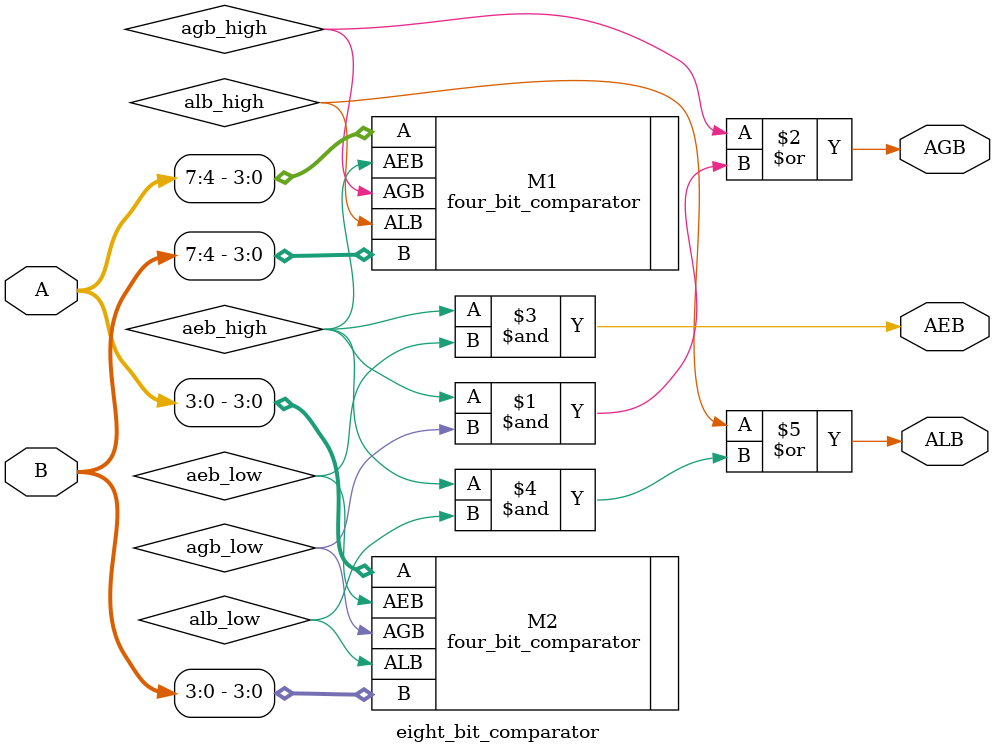
<source format=v>
module eight_bit_comparator(
    input [7:0] A,
    input [7:0] B,
    output AGB,
    output AEB,
    output ALB
);
    wire agb_high, aeb_high, alb_high;
    wire agb_low, aeb_low, alb_low;
    
    //MSB
    four_bit_comparator M1(
        .A(A[7:4]),
        .B(B[7:4]),
        .AGB(agb_high),
        .ALB(alb_high),
        .AEB(aeb_high)
    );

    //LSB
    four_bit_comparator M2(
        .A(A[3:0]),
        .B(B[3:0]),
        .AGB(agb_low),
        .ALB(alb_low),
        .AEB(aeb_low)
    );

    assign AGB = agb_high | (aeb_high & agb_low);
    assign AEB = aeb_high & aeb_low;
    assign ALB = alb_high | (aeb_high & alb_low);
endmodule
</source>
